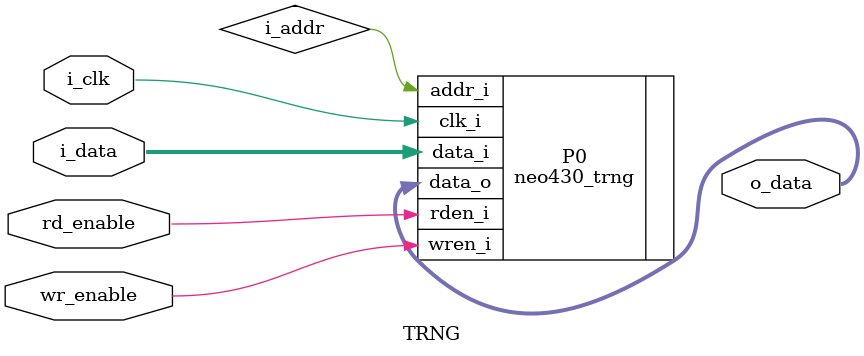
<source format=v>
module TRNG (
  input          i_clk,
  input          rd_enable,
  input          wr_enable,
  input   [15:0] i_data,
  output  [15:0] o_data
);

neo430_trng P0 (
  .clk_i(i_clk),
  .rden_i(rd_enable),
  .wren_i(wr_enable),
  .addr_i(i_addr),
  .data_i(i_data),
  .data_o(o_data)
);

endmodule

</source>
